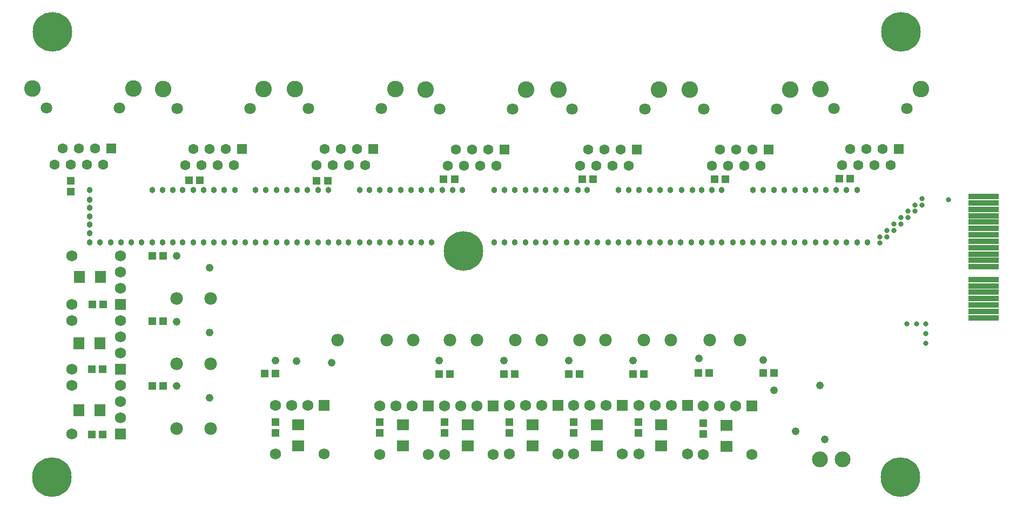
<source format=gbs>
G04*
G04 #@! TF.GenerationSoftware,Altium Limited,Altium Designer,22.11.1 (43)*
G04*
G04 Layer_Color=16711935*
%FSAX25Y25*%
%MOIN*%
G70*
G04*
G04 #@! TF.SameCoordinates,EBA4B4AC-1B08-4463-AFC9-2197B451F785*
G04*
G04*
G04 #@! TF.FilePolarity,Negative*
G04*
G01*
G75*
%ADD21R,0.05131X0.04737*%
%ADD22R,0.04737X0.05131*%
%ADD23R,0.19100X0.03200*%
%ADD25C,0.07800*%
%ADD26C,0.10249*%
%ADD27C,0.07099*%
%ADD28C,0.06312*%
%ADD29R,0.06312X0.06312*%
%ADD30C,0.06800*%
%ADD31R,0.06800X0.06800*%
%ADD32C,0.24422*%
%ADD33R,0.06800X0.06800*%
%ADD34C,0.09800*%
%ADD35C,0.03800*%
%ADD36C,0.03300*%
%ADD37C,0.04800*%
%ADD57R,0.07800X0.06800*%
%ADD58R,0.06800X0.07800*%
D21*
X0204725Y0244094D02*
D03*
X0211417D02*
D03*
X0289764Y0244882D02*
D03*
X0283071D02*
D03*
X0375394D02*
D03*
X0368701D02*
D03*
X0456890D02*
D03*
X0450197D02*
D03*
X0533858Y0245276D02*
D03*
X0527166D02*
D03*
X0125984Y0244488D02*
D03*
X0132677D02*
D03*
X0179134Y0124882D02*
D03*
X0172441D02*
D03*
X0109842Y0197638D02*
D03*
X0103150D02*
D03*
X0072441Y0087402D02*
D03*
X0065748D02*
D03*
X0072441Y0127559D02*
D03*
X0065748D02*
D03*
X0109843Y0117323D02*
D03*
X0103150D02*
D03*
X0072835Y0167717D02*
D03*
X0066142D02*
D03*
X0109842Y0157480D02*
D03*
X0103150D02*
D03*
X0280315Y0124803D02*
D03*
X0287008D02*
D03*
X0320275Y0124803D02*
D03*
X0326968D02*
D03*
X0360236Y0124803D02*
D03*
X0366929D02*
D03*
X0400000Y0124803D02*
D03*
X0406693D02*
D03*
X0440312Y0125211D02*
D03*
X0447005D02*
D03*
X0480315Y0125197D02*
D03*
X0487008D02*
D03*
D22*
X0052756Y0244094D02*
D03*
Y0237402D02*
D03*
X0179134Y0094882D02*
D03*
Y0088189D02*
D03*
X0243701Y0094882D02*
D03*
Y0088189D02*
D03*
X0283465Y0094882D02*
D03*
Y0088189D02*
D03*
X0323622Y0094882D02*
D03*
Y0088189D02*
D03*
X0363386Y0094882D02*
D03*
Y0088189D02*
D03*
X0403150Y0094882D02*
D03*
Y0088189D02*
D03*
X0443307Y0094488D02*
D03*
Y0087795D02*
D03*
D23*
X0616142Y0234252D02*
D03*
Y0159449D02*
D03*
Y0163386D02*
D03*
Y0167323D02*
D03*
Y0171260D02*
D03*
Y0175197D02*
D03*
Y0179134D02*
D03*
Y0183071D02*
D03*
Y0190945D02*
D03*
Y0194882D02*
D03*
Y0202756D02*
D03*
Y0206693D02*
D03*
Y0210630D02*
D03*
Y0214567D02*
D03*
Y0218504D02*
D03*
Y0222441D02*
D03*
Y0226378D02*
D03*
Y0230315D02*
D03*
Y0198819D02*
D03*
D25*
X0217717Y0145669D02*
D03*
X0118110Y0171260D02*
D03*
X0139370D02*
D03*
Y0090945D02*
D03*
X0118110Y0131102D02*
D03*
X0139370D02*
D03*
X0118110Y0090945D02*
D03*
X0248031Y0145669D02*
D03*
X0465748D02*
D03*
X0447244D02*
D03*
X0423228D02*
D03*
X0406693D02*
D03*
X0383071D02*
D03*
X0366929D02*
D03*
X0343701D02*
D03*
X0327165D02*
D03*
X0303543D02*
D03*
X0287008D02*
D03*
X0264173D02*
D03*
D26*
X0515551Y0300551D02*
D03*
X0577559D02*
D03*
X0272047Y0300394D02*
D03*
X0334055D02*
D03*
X0091417Y0300945D02*
D03*
X0029409D02*
D03*
X0496921Y0300366D02*
D03*
X0434913D02*
D03*
X0253110Y0300590D02*
D03*
X0191102D02*
D03*
X0415819Y0300366D02*
D03*
X0353811D02*
D03*
X0172008Y0300591D02*
D03*
X0110000D02*
D03*
D27*
X0524055Y0288543D02*
D03*
X0569055D02*
D03*
X0280551Y0288386D02*
D03*
X0325551D02*
D03*
X0082913Y0288937D02*
D03*
X0037913D02*
D03*
X0488417Y0288358D02*
D03*
X0443417D02*
D03*
X0244606Y0288583D02*
D03*
X0199606D02*
D03*
X0407315Y0288358D02*
D03*
X0362315D02*
D03*
X0163504Y0288583D02*
D03*
X0118504D02*
D03*
D28*
X0529055Y0253543D02*
D03*
X0534055Y0263543D02*
D03*
X0539055Y0253543D02*
D03*
X0544055Y0263543D02*
D03*
X0549055Y0253543D02*
D03*
X0554055Y0263543D02*
D03*
X0559055Y0253543D02*
D03*
X0285551Y0253386D02*
D03*
X0290551Y0263386D02*
D03*
X0295551Y0253386D02*
D03*
X0300551Y0263386D02*
D03*
X0305551Y0253386D02*
D03*
X0310551Y0263386D02*
D03*
X0315551Y0253386D02*
D03*
X0072913Y0253937D02*
D03*
X0067913Y0263937D02*
D03*
X0062913Y0253937D02*
D03*
X0057913Y0263937D02*
D03*
X0052913Y0253937D02*
D03*
X0047913Y0263937D02*
D03*
X0042913Y0253937D02*
D03*
X0478417Y0253358D02*
D03*
X0473417Y0263358D02*
D03*
X0468417Y0253358D02*
D03*
X0463417Y0263358D02*
D03*
X0458417Y0253358D02*
D03*
X0453417Y0263358D02*
D03*
X0448417Y0253358D02*
D03*
X0234606Y0253583D02*
D03*
X0229606Y0263583D02*
D03*
X0224606Y0253583D02*
D03*
X0219606Y0263583D02*
D03*
X0214606Y0253583D02*
D03*
X0209606Y0263583D02*
D03*
X0204606Y0253583D02*
D03*
X0397315Y0253358D02*
D03*
X0392315Y0263358D02*
D03*
X0387315Y0253358D02*
D03*
X0382315Y0263358D02*
D03*
X0377315Y0253358D02*
D03*
X0372315Y0263358D02*
D03*
X0367315Y0253358D02*
D03*
X0153504Y0253583D02*
D03*
X0148504Y0263583D02*
D03*
X0143504Y0253583D02*
D03*
X0138504Y0263583D02*
D03*
X0133504Y0253583D02*
D03*
X0128504Y0263583D02*
D03*
X0123504Y0253583D02*
D03*
D29*
X0564055Y0263543D02*
D03*
X0320551Y0263386D02*
D03*
X0077913Y0263937D02*
D03*
X0483417Y0263358D02*
D03*
X0239606Y0263583D02*
D03*
X0402315Y0263358D02*
D03*
X0158504Y0263583D02*
D03*
D30*
X0209134Y0075197D02*
D03*
X0179134D02*
D03*
Y0105197D02*
D03*
X0189134D02*
D03*
X0199134D02*
D03*
X0083543Y0137559D02*
D03*
Y0147559D02*
D03*
Y0157559D02*
D03*
X0053543D02*
D03*
Y0127559D02*
D03*
X0083504Y0097756D02*
D03*
Y0107756D02*
D03*
Y0117756D02*
D03*
X0053504D02*
D03*
Y0087756D02*
D03*
X0083543Y0177717D02*
D03*
Y0187716D02*
D03*
Y0197716D02*
D03*
X0053543D02*
D03*
Y0167717D02*
D03*
X0393307Y0075197D02*
D03*
X0363307D02*
D03*
Y0105197D02*
D03*
X0373307D02*
D03*
X0383307D02*
D03*
X0473386Y0075118D02*
D03*
X0443386D02*
D03*
Y0105118D02*
D03*
X0453386D02*
D03*
X0463386D02*
D03*
X0303543Y0105118D02*
D03*
X0293543D02*
D03*
X0283543D02*
D03*
Y0075118D02*
D03*
X0313543D02*
D03*
X0263622Y0105118D02*
D03*
X0253622D02*
D03*
X0243622D02*
D03*
Y0075118D02*
D03*
X0273622D02*
D03*
X0343543Y0105197D02*
D03*
X0333543D02*
D03*
X0323543D02*
D03*
Y0075197D02*
D03*
X0353543D02*
D03*
X0423465Y0105197D02*
D03*
X0413465D02*
D03*
X0403465D02*
D03*
Y0075197D02*
D03*
X0433465D02*
D03*
D31*
X0209134Y0105197D02*
D03*
X0393307Y0105197D02*
D03*
X0473386Y0105118D02*
D03*
X0313543Y0105118D02*
D03*
X0273622D02*
D03*
X0353543Y0105197D02*
D03*
X0433465D02*
D03*
D32*
X0041339Y0061024D02*
D03*
X0295276Y0200787D02*
D03*
X0565187Y0336114D02*
D03*
X0564961Y0061024D02*
D03*
X0041565Y0336114D02*
D03*
D33*
X0083543Y0127559D02*
D03*
X0083504Y0087756D02*
D03*
X0083543Y0167717D02*
D03*
D34*
X0529134Y0072047D02*
D03*
X0515354D02*
D03*
D35*
X0512598Y0238189D02*
D03*
X0064567Y0227165D02*
D03*
X0506299Y0238189D02*
D03*
X0500000D02*
D03*
X0442126D02*
D03*
X0436614D02*
D03*
X0231102D02*
D03*
X0211811D02*
D03*
X0294488D02*
D03*
X0359055D02*
D03*
X0352362D02*
D03*
X0346063D02*
D03*
X0371654D02*
D03*
X0365748D02*
D03*
X0474016D02*
D03*
X0454724D02*
D03*
X0448425D02*
D03*
X0429921D02*
D03*
X0480315D02*
D03*
X0487008D02*
D03*
X0493307D02*
D03*
X0141291D02*
D03*
X0147638D02*
D03*
X0135039D02*
D03*
X0154331D02*
D03*
X0064567Y0232283D02*
D03*
X0122047Y0205906D02*
D03*
X0109449D02*
D03*
X0141339D02*
D03*
X0115748D02*
D03*
X0103150D02*
D03*
X0128740D02*
D03*
X0135039D02*
D03*
X0096457D02*
D03*
X0064567Y0222047D02*
D03*
Y0211811D02*
D03*
Y0216929D02*
D03*
Y0238189D02*
D03*
X0198819D02*
D03*
X0538189D02*
D03*
X0531496D02*
D03*
X0525197D02*
D03*
X0544488Y0205906D02*
D03*
X0538189D02*
D03*
X0531496D02*
D03*
X0525197D02*
D03*
X0090158D02*
D03*
X0064567D02*
D03*
X0070866D02*
D03*
X0077559D02*
D03*
X0083858D02*
D03*
X0314173D02*
D03*
X0269291D02*
D03*
X0275590D02*
D03*
X0237402D02*
D03*
X0231102D02*
D03*
X0224410D02*
D03*
X0218110D02*
D03*
X0243701D02*
D03*
X0250000D02*
D03*
X0256693D02*
D03*
X0262992D02*
D03*
X0160630D02*
D03*
X0154331D02*
D03*
X0147638D02*
D03*
X0186221D02*
D03*
X0179921D02*
D03*
X0173228D02*
D03*
X0166929D02*
D03*
X0192520D02*
D03*
X0198819D02*
D03*
X0205512D02*
D03*
X0211811D02*
D03*
X0416535D02*
D03*
X0410236D02*
D03*
X0403543D02*
D03*
X0397244D02*
D03*
X0371654D02*
D03*
X0377953D02*
D03*
X0384646D02*
D03*
X0390945D02*
D03*
X0339764D02*
D03*
X0333465D02*
D03*
X0326772D02*
D03*
X0320472D02*
D03*
X0346063D02*
D03*
X0352362D02*
D03*
X0359055D02*
D03*
X0365354D02*
D03*
X0467717D02*
D03*
X0461417D02*
D03*
X0454724D02*
D03*
X0448425D02*
D03*
X0422835D02*
D03*
X0429134D02*
D03*
X0435827D02*
D03*
X0442126D02*
D03*
X0493307D02*
D03*
X0487008D02*
D03*
X0480315D02*
D03*
X0474016D02*
D03*
X0499606D02*
D03*
X0505905D02*
D03*
X0512598D02*
D03*
X0518898D02*
D03*
X0109449Y0238189D02*
D03*
X0103150D02*
D03*
X0314173D02*
D03*
X0269291D02*
D03*
X0275590D02*
D03*
X0282283D02*
D03*
X0288583D02*
D03*
X0237402D02*
D03*
X0243701D02*
D03*
X0250000D02*
D03*
X0256693D02*
D03*
X0262992D02*
D03*
X0115748D02*
D03*
X0122047D02*
D03*
X0128740D02*
D03*
X0186221D02*
D03*
X0179921D02*
D03*
X0173228D02*
D03*
X0166929D02*
D03*
X0192520D02*
D03*
X0205512D02*
D03*
X0416535D02*
D03*
X0410236D02*
D03*
X0403543D02*
D03*
X0397244D02*
D03*
X0390945D02*
D03*
X0339764D02*
D03*
X0333465D02*
D03*
X0326772D02*
D03*
X0320472D02*
D03*
X0422835D02*
D03*
X0518898D02*
D03*
D36*
X0578346Y0233071D02*
D03*
X0580709Y0143701D02*
D03*
Y0149606D02*
D03*
X0594488Y0232283D02*
D03*
X0580709Y0155512D02*
D03*
X0574803D02*
D03*
X0568898D02*
D03*
X0578346Y0229134D02*
D03*
X0574016Y0225197D02*
D03*
Y0229134D02*
D03*
X0569685Y0221260D02*
D03*
Y0225197D02*
D03*
X0565354Y0217323D02*
D03*
Y0221260D02*
D03*
X0561024Y0213386D02*
D03*
Y0217323D02*
D03*
X0556693Y0209449D02*
D03*
Y0213386D02*
D03*
X0552362Y0209449D02*
D03*
Y0205512D02*
D03*
D37*
X0192126Y0132677D02*
D03*
X0213779Y0131496D02*
D03*
X0179134Y0132980D02*
D03*
X0138583Y0109843D02*
D03*
Y0150394D02*
D03*
X0118110Y0117323D02*
D03*
Y0157087D02*
D03*
Y0197638D02*
D03*
X0138583Y0190157D02*
D03*
X0515354Y0117717D02*
D03*
X0440551Y0134252D02*
D03*
X0487008Y0114567D02*
D03*
X0518110Y0084252D02*
D03*
X0480315Y0133295D02*
D03*
X0400000Y0132902D02*
D03*
X0360236Y0132901D02*
D03*
X0320275Y0132901D02*
D03*
X0280315Y0132902D02*
D03*
X0500394Y0089370D02*
D03*
D57*
X0193307Y0080307D02*
D03*
Y0093307D02*
D03*
X0257874Y0080307D02*
D03*
Y0093307D02*
D03*
X0298031Y0080315D02*
D03*
Y0093315D02*
D03*
X0337795Y0080307D02*
D03*
Y0093307D02*
D03*
X0377559Y0080307D02*
D03*
Y0093307D02*
D03*
X0417323Y0080315D02*
D03*
Y0093315D02*
D03*
X0457480Y0079913D02*
D03*
Y0092913D02*
D03*
D58*
X0057866Y0102362D02*
D03*
X0070866D02*
D03*
X0057866Y0143701D02*
D03*
X0070866D02*
D03*
X0058260Y0184646D02*
D03*
X0071260D02*
D03*
M02*

</source>
